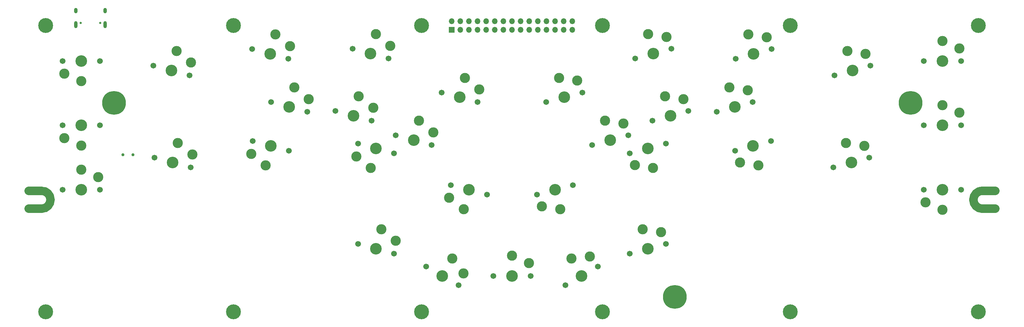
<source format=gts>
%TF.GenerationSoftware,KiCad,Pcbnew,(5.1.10)-1*%
%TF.CreationDate,2022-02-26T14:39:07-08:00*%
%TF.ProjectId,keefighter,6b656566-6967-4687-9465-722e6b696361,rev?*%
%TF.SameCoordinates,Original*%
%TF.FileFunction,Soldermask,Top*%
%TF.FilePolarity,Negative*%
%FSLAX46Y46*%
G04 Gerber Fmt 4.6, Leading zero omitted, Abs format (unit mm)*
G04 Created by KiCad (PCBNEW (5.1.10)-1) date 2022-02-26 14:39:07*
%MOMM*%
%LPD*%
G01*
G04 APERTURE LIST*
%ADD10C,2.501900*%
%ADD11C,7.001300*%
%ADD12C,7.000240*%
%ADD13C,1.000000*%
%ADD14C,4.400000*%
%ADD15C,0.650000*%
%ADD16O,1.000000X2.100000*%
%ADD17O,1.000000X1.600000*%
%ADD18R,1.700000X1.700000*%
%ADD19O,1.700000X1.700000*%
%ADD20C,3.000000*%
%ADD21C,3.429000*%
%ADD22C,1.701800*%
%ADD23C,0.900000*%
G04 APERTURE END LIST*
D10*
X66517003Y-156267490D02*
X70317003Y-156267490D01*
X66517003Y-150965590D02*
X70317003Y-150965590D01*
X347717003Y-156267490D02*
X351567003Y-156267490D01*
X347717003Y-150965590D02*
X351517003Y-150965590D01*
X345066053Y-153616540D02*
G75*
G02*
X347717003Y-150965590I2650950J0D01*
G01*
X347717003Y-156267490D02*
G75*
G02*
X345066053Y-153616540I0J2650950D01*
G01*
X72967953Y-153616540D02*
G75*
G03*
X70317003Y-150965590I-2650950J0D01*
G01*
X70317003Y-156267490D02*
G75*
G03*
X72967953Y-153616540I0J2650950D01*
G01*
D11*
X91717003Y-125016540D03*
D12*
X257017003Y-182316540D03*
X326567003Y-125016540D03*
D13*
X91717003Y-122716540D03*
X89417003Y-125016540D03*
X94017003Y-125016540D03*
X91717003Y-127316540D03*
X90090657Y-123390194D03*
X93343349Y-123390194D03*
X90090657Y-126642886D03*
X93343349Y-126642886D03*
X326567003Y-122716540D03*
X326567003Y-127316540D03*
X327767003Y-127316540D03*
X325367003Y-127316540D03*
X325367003Y-122716540D03*
X327767003Y-122699540D03*
X257017003Y-180016540D03*
X257017003Y-184616540D03*
X258217003Y-180016540D03*
X255817003Y-180016540D03*
X255817003Y-184616540D03*
X258217003Y-184616540D03*
X72917003Y-153616540D03*
X70317003Y-151016540D03*
X70317003Y-156216540D03*
X72155481Y-151778062D03*
X72155481Y-155455018D03*
X68274968Y-151016540D03*
X68274968Y-156216540D03*
X345117003Y-153616540D03*
X345878525Y-151778062D03*
X347717003Y-151016540D03*
X349759038Y-151016540D03*
X349759038Y-156216540D03*
X347717003Y-156216540D03*
X345878525Y-155455018D03*
D14*
X346517237Y-186716430D03*
X291091534Y-186716431D03*
X235665831Y-186716431D03*
X182368175Y-186716430D03*
X126942325Y-186716430D03*
X71516476Y-186716430D03*
X71516510Y-102116490D03*
X126942343Y-102116303D03*
X182368175Y-102116115D03*
X235665898Y-102116115D03*
X291091450Y-102116403D03*
X346517003Y-102116691D03*
D15*
X87606904Y-101366690D03*
X81826904Y-101366690D03*
D16*
X80396904Y-101896690D03*
X89036904Y-101896690D03*
D17*
X80396904Y-97716690D03*
X89036904Y-97716690D03*
D18*
X191236854Y-103385684D03*
D19*
X191236854Y-100845684D03*
X193776854Y-103385684D03*
X193776854Y-100845684D03*
X196316854Y-103385684D03*
X196316854Y-100845684D03*
X198856854Y-103385684D03*
X198856854Y-100845684D03*
X201396854Y-103385684D03*
X201396854Y-100845684D03*
X203936854Y-103385684D03*
X203936854Y-100845684D03*
X206476854Y-103385684D03*
X206476854Y-100845684D03*
X209016854Y-103385684D03*
X209016854Y-100845684D03*
X211556854Y-103385684D03*
X211556854Y-100845684D03*
X214096854Y-103385684D03*
X214096854Y-100845684D03*
X216636854Y-103385684D03*
X216636854Y-100845684D03*
X219176854Y-103385684D03*
X219176854Y-100845684D03*
X221716854Y-103385684D03*
X221716854Y-100845684D03*
X224256854Y-103385684D03*
X224256854Y-100845684D03*
X226796854Y-103385684D03*
X226796854Y-100845684D03*
D20*
X223241524Y-156435826D03*
D21*
X221701551Y-150688567D03*
D20*
X217842493Y-155604884D03*
D22*
X227014143Y-149265062D03*
X216388959Y-152112072D03*
D20*
X273161215Y-120446992D03*
D21*
X274701188Y-126194251D03*
D20*
X278560246Y-121277934D03*
D22*
X269388596Y-127617756D03*
X280013780Y-124770746D03*
D20*
X254190986Y-123066775D03*
D21*
X255730959Y-128814034D03*
D20*
X259590017Y-123897717D03*
D22*
X250418367Y-130237539D03*
X261043551Y-127390529D03*
D20*
X236451935Y-130278370D03*
D21*
X237991908Y-136025629D03*
D20*
X241850966Y-131109312D03*
D22*
X232679316Y-137449134D03*
X243304500Y-134602124D03*
D20*
X181582071Y-130278370D03*
D21*
X180042098Y-136025629D03*
D20*
X185842299Y-133697502D03*
D22*
X174729506Y-134602124D03*
X185354690Y-137449134D03*
D20*
X163843020Y-123066775D03*
D21*
X162303047Y-128814034D03*
D20*
X168103248Y-126485907D03*
D22*
X156990455Y-127390529D03*
X167615639Y-130237539D03*
D20*
X144872791Y-120446992D03*
D21*
X143332818Y-126194251D03*
D20*
X149133019Y-123866124D03*
D22*
X138020226Y-124770746D03*
X148645410Y-127617756D03*
D20*
X335981469Y-156602224D03*
D21*
X335981469Y-150652224D03*
D20*
X330981469Y-154402224D03*
D22*
X341481469Y-150652224D03*
X330481469Y-150652224D03*
D20*
X247555750Y-162330711D03*
D21*
X249095723Y-168077970D03*
D20*
X252954781Y-163161653D03*
D22*
X243783131Y-169501475D03*
X254408315Y-166654465D03*
D20*
X226573365Y-170968361D03*
D21*
X229548365Y-176121212D03*
D20*
X232003492Y-170373617D03*
D22*
X224785225Y-178871212D03*
X234311505Y-173371212D03*
D20*
X209016703Y-170171651D03*
D21*
X209016703Y-176121651D03*
D20*
X214016703Y-172371651D03*
D22*
X203516703Y-176121651D03*
X214516703Y-176121651D03*
D20*
X191460041Y-170968507D03*
D21*
X188485041Y-176121358D03*
D20*
X194690168Y-175373763D03*
D22*
X183721901Y-173371358D03*
X193248181Y-178871358D03*
D20*
X170478256Y-162330711D03*
D21*
X168938283Y-168077970D03*
D20*
X174738484Y-165749843D03*
D22*
X163625691Y-166654465D03*
X174250875Y-169501475D03*
D20*
X82052044Y-144702024D03*
D21*
X82052044Y-150652024D03*
D20*
X87052044Y-146902024D03*
D22*
X76552044Y-150652024D03*
X87552044Y-150652024D03*
D20*
X335981469Y-125702224D03*
D21*
X335981469Y-131652224D03*
D20*
X340981469Y-127902224D03*
D22*
X330481469Y-131652224D03*
X341481469Y-131652224D03*
D20*
X307531103Y-136851446D03*
D21*
X309071076Y-142598705D03*
D20*
X312930134Y-137682388D03*
D22*
X303758484Y-144022210D03*
X314383668Y-141175200D03*
D20*
X281639391Y-143471149D03*
D21*
X280099418Y-137723890D03*
D20*
X276240360Y-142640207D03*
D22*
X285412010Y-136300385D03*
X274786826Y-139147395D03*
D20*
X250639446Y-144230368D03*
D21*
X249099473Y-138483109D03*
D20*
X245240415Y-143399426D03*
D22*
X254412065Y-137059604D03*
X243786881Y-139906614D03*
D20*
X194792482Y-156435826D03*
D21*
X196332455Y-150688567D03*
D20*
X190532254Y-153016694D03*
D22*
X201645047Y-152112072D03*
X191019863Y-149265062D03*
D20*
X167394560Y-144230368D03*
D21*
X168934533Y-138483109D03*
D20*
X163134332Y-140811236D03*
D22*
X174247125Y-139906614D03*
X163621941Y-137059604D03*
D20*
X136394615Y-143471149D03*
D21*
X137934588Y-137723890D03*
D20*
X132134387Y-140052017D03*
D22*
X143247180Y-139147395D03*
X132621996Y-136300385D03*
D20*
X110502903Y-136851446D03*
D21*
X108962930Y-142598705D03*
D20*
X114763131Y-140270578D03*
D22*
X103650338Y-141175200D03*
X114275522Y-144022210D03*
D20*
X82052044Y-137602024D03*
D21*
X82052044Y-131652024D03*
D20*
X77052044Y-135402024D03*
D22*
X87552044Y-131652024D03*
X76552044Y-131652024D03*
D20*
X335981469Y-106702224D03*
D21*
X335981469Y-112652224D03*
D20*
X340981469Y-108902224D03*
D22*
X330481469Y-112652224D03*
X341481469Y-112652224D03*
D20*
X307890092Y-109677884D03*
D21*
X309430065Y-115425143D03*
D20*
X313289123Y-110508826D03*
D22*
X304117473Y-116848648D03*
X314742657Y-114001638D03*
D20*
X278728782Y-104801171D03*
D21*
X280268755Y-110548430D03*
D20*
X284127813Y-105632113D03*
D22*
X274956163Y-111971935D03*
X285581347Y-109124925D03*
D20*
X249166596Y-104714664D03*
D21*
X250706569Y-110461923D03*
D20*
X254565627Y-105545606D03*
D22*
X245393977Y-111885428D03*
X256019161Y-109038418D03*
D20*
X222888804Y-117605862D03*
D21*
X224428777Y-123353121D03*
D20*
X228287835Y-118436804D03*
D22*
X219116185Y-124776626D03*
X229741369Y-121929616D03*
D20*
X195145202Y-117605862D03*
D21*
X193605229Y-123353121D03*
D20*
X199405430Y-121024994D03*
D22*
X188292637Y-121929616D03*
X198917821Y-124776626D03*
D20*
X168867410Y-104714664D03*
D21*
X167327437Y-110461923D03*
D20*
X173127638Y-108133796D03*
D22*
X162014845Y-109038418D03*
X172640029Y-111885428D03*
D20*
X139305224Y-104801171D03*
D21*
X137765251Y-110548430D03*
D20*
X143565452Y-108220303D03*
D22*
X132452659Y-109124925D03*
X143077843Y-111971935D03*
D20*
X110143914Y-109677884D03*
D21*
X108603941Y-115425143D03*
D20*
X114404142Y-113097016D03*
D22*
X103291349Y-114001638D03*
X113916533Y-116848648D03*
D20*
X82052044Y-118602024D03*
D21*
X82052044Y-112652024D03*
D20*
X77052044Y-116402024D03*
D22*
X87552044Y-112652024D03*
X76552044Y-112652024D03*
D23*
X94300000Y-140330000D03*
X97300000Y-140330000D03*
M02*

</source>
